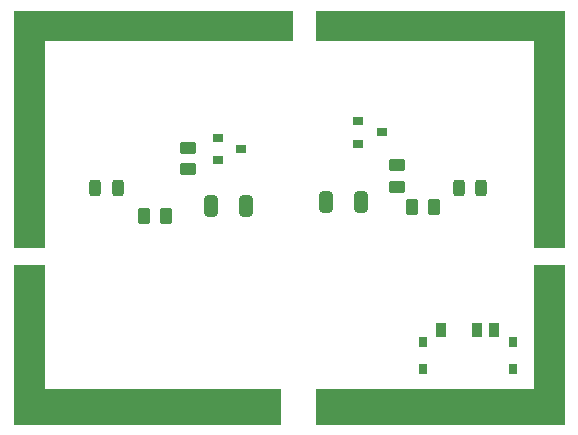
<source format=gbr>
%TF.GenerationSoftware,KiCad,Pcbnew,(5.99.0-9526-g5c17ff0595)*%
%TF.CreationDate,2021-09-22T23:05:29-05:00*%
%TF.ProjectId,SecDSM_Learn,53656344-534d-45f4-9c65-61726e2e6b69,rev?*%
%TF.SameCoordinates,Original*%
%TF.FileFunction,Paste,Top*%
%TF.FilePolarity,Positive*%
%FSLAX46Y46*%
G04 Gerber Fmt 4.6, Leading zero omitted, Abs format (unit mm)*
G04 Created by KiCad (PCBNEW (5.99.0-9526-g5c17ff0595)) date 2021-09-22 23:05:29*
%MOMM*%
%LPD*%
G01*
G04 APERTURE LIST*
G04 Aperture macros list*
%AMRoundRect*
0 Rectangle with rounded corners*
0 $1 Rounding radius*
0 $2 $3 $4 $5 $6 $7 $8 $9 X,Y pos of 4 corners*
0 Add a 4 corners polygon primitive as box body*
4,1,4,$2,$3,$4,$5,$6,$7,$8,$9,$2,$3,0*
0 Add four circle primitives for the rounded corners*
1,1,$1+$1,$2,$3*
1,1,$1+$1,$4,$5*
1,1,$1+$1,$6,$7*
1,1,$1+$1,$8,$9*
0 Add four rect primitives between the rounded corners*
20,1,$1+$1,$2,$3,$4,$5,0*
20,1,$1+$1,$4,$5,$6,$7,0*
20,1,$1+$1,$6,$7,$8,$9,0*
20,1,$1+$1,$8,$9,$2,$3,0*%
G04 Aperture macros list end*
%ADD10C,0.100000*%
%ADD11R,0.900000X1.250000*%
%ADD12R,0.800000X0.900000*%
%ADD13RoundRect,0.250000X-0.262500X-0.450000X0.262500X-0.450000X0.262500X0.450000X-0.262500X0.450000X0*%
%ADD14RoundRect,0.250000X0.450000X-0.262500X0.450000X0.262500X-0.450000X0.262500X-0.450000X-0.262500X0*%
%ADD15RoundRect,0.250000X0.262500X0.450000X-0.262500X0.450000X-0.262500X-0.450000X0.262500X-0.450000X0*%
%ADD16R,0.900000X0.800000*%
%ADD17RoundRect,0.243750X-0.243750X-0.456250X0.243750X-0.456250X0.243750X0.456250X-0.243750X0.456250X0*%
%ADD18RoundRect,0.243750X0.243750X0.456250X-0.243750X0.456250X-0.243750X-0.456250X0.243750X-0.456250X0*%
%ADD19RoundRect,0.250000X-0.325000X-0.650000X0.325000X-0.650000X0.325000X0.650000X-0.325000X0.650000X0*%
%ADD20RoundRect,0.250000X0.325000X0.650000X-0.325000X0.650000X-0.325000X-0.650000X0.325000X-0.650000X0*%
G04 APERTURE END LIST*
D10*
X141000000Y-73500000D02*
X120000000Y-73500000D01*
X120000000Y-73500000D02*
X120000000Y-91000000D01*
X120000000Y-91000000D02*
X117500000Y-91000000D01*
X117500000Y-91000000D02*
X117500000Y-71000000D01*
X117500000Y-71000000D02*
X141000000Y-71000000D01*
X141000000Y-71000000D02*
X141000000Y-73500000D01*
G36*
X141000000Y-73500000D02*
G01*
X120000000Y-73500000D01*
X120000000Y-91000000D01*
X117500000Y-91000000D01*
X117500000Y-71000000D01*
X141000000Y-71000000D01*
X141000000Y-73500000D01*
G37*
X141000000Y-73500000D02*
X120000000Y-73500000D01*
X120000000Y-91000000D01*
X117500000Y-91000000D01*
X117500000Y-71000000D01*
X141000000Y-71000000D01*
X141000000Y-73500000D01*
X164000000Y-91000000D02*
X161500000Y-91000000D01*
X161500000Y-91000000D02*
X161500000Y-73500000D01*
X161500000Y-73500000D02*
X143000000Y-73500000D01*
X143000000Y-73500000D02*
X143000000Y-71000000D01*
X143000000Y-71000000D02*
X164000000Y-71000000D01*
X164000000Y-71000000D02*
X164000000Y-91000000D01*
G36*
X164000000Y-91000000D02*
G01*
X161500000Y-91000000D01*
X161500000Y-73500000D01*
X143000000Y-73500000D01*
X143000000Y-71000000D01*
X164000000Y-71000000D01*
X164000000Y-91000000D01*
G37*
X164000000Y-91000000D02*
X161500000Y-91000000D01*
X161500000Y-73500000D01*
X143000000Y-73500000D01*
X143000000Y-71000000D01*
X164000000Y-71000000D01*
X164000000Y-91000000D01*
X120000000Y-103000000D02*
X140000000Y-103000000D01*
X140000000Y-103000000D02*
X140000000Y-106000000D01*
X140000000Y-106000000D02*
X117500000Y-106000000D01*
X117500000Y-106000000D02*
X117500000Y-92500000D01*
X117500000Y-92500000D02*
X120000000Y-92500000D01*
X120000000Y-92500000D02*
X120000000Y-103000000D01*
G36*
X120000000Y-103000000D02*
G01*
X140000000Y-103000000D01*
X140000000Y-106000000D01*
X117500000Y-106000000D01*
X117500000Y-92500000D01*
X120000000Y-92500000D01*
X120000000Y-103000000D01*
G37*
X120000000Y-103000000D02*
X140000000Y-103000000D01*
X140000000Y-106000000D01*
X117500000Y-106000000D01*
X117500000Y-92500000D01*
X120000000Y-92500000D01*
X120000000Y-103000000D01*
X164000000Y-106000000D02*
X143000000Y-106000000D01*
X143000000Y-106000000D02*
X143000000Y-103000000D01*
X143000000Y-103000000D02*
X161500000Y-103000000D01*
X161500000Y-103000000D02*
X161500000Y-92500000D01*
X161500000Y-92500000D02*
X164000000Y-92500000D01*
X164000000Y-92500000D02*
X164000000Y-106000000D01*
G36*
X164000000Y-106000000D02*
G01*
X143000000Y-106000000D01*
X143000000Y-103000000D01*
X161500000Y-103000000D01*
X161500000Y-92500000D01*
X164000000Y-92500000D01*
X164000000Y-106000000D01*
G37*
X164000000Y-106000000D02*
X143000000Y-106000000D01*
X143000000Y-103000000D01*
X161500000Y-103000000D01*
X161500000Y-92500000D01*
X164000000Y-92500000D01*
X164000000Y-106000000D01*
D11*
%TO.C,SW1*%
X153650000Y-98075000D03*
X156650000Y-98075000D03*
X158150000Y-98075000D03*
D12*
X159700000Y-99050000D03*
X152090000Y-99050000D03*
X152100000Y-101350000D03*
X159700000Y-101350000D03*
%TD*%
D13*
%TO.C,R4*%
X153000000Y-87600000D03*
X151175000Y-87600000D03*
%TD*%
D14*
%TO.C,R3*%
X132200000Y-82600000D03*
X132200000Y-84425000D03*
%TD*%
%TO.C,R2*%
X149900000Y-84100000D03*
X149900000Y-85925000D03*
%TD*%
D15*
%TO.C,R1*%
X128487500Y-88400000D03*
X130312500Y-88400000D03*
%TD*%
D16*
%TO.C,Q2*%
X148600000Y-81300000D03*
X146600000Y-82250000D03*
X146600000Y-80350000D03*
%TD*%
%TO.C,Q1*%
X136700000Y-82700000D03*
X134700000Y-83650000D03*
X134700000Y-81750000D03*
%TD*%
D17*
%TO.C,D2*%
X157037500Y-86000000D03*
X155162500Y-86000000D03*
%TD*%
D18*
%TO.C,D1*%
X124362500Y-86000000D03*
X126237500Y-86000000D03*
%TD*%
D19*
%TO.C,C2*%
X146875000Y-87200000D03*
X143925000Y-87200000D03*
%TD*%
D20*
%TO.C,C1*%
X134125000Y-87500000D03*
X137075000Y-87500000D03*
%TD*%
M02*

</source>
